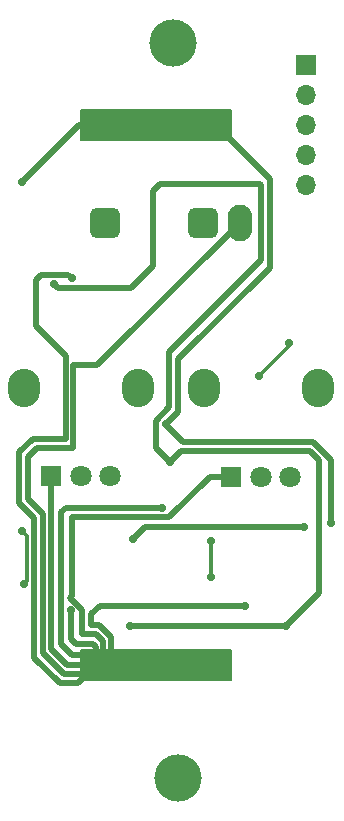
<source format=gbr>
%TF.GenerationSoftware,KiCad,Pcbnew,8.0.5*%
%TF.CreationDate,2024-11-17T11:57:45+05:30*%
%TF.ProjectId,line_in,6c696e65-5f69-46e2-9e6b-696361645f70,rev?*%
%TF.SameCoordinates,Original*%
%TF.FileFunction,Copper,L2,Bot*%
%TF.FilePolarity,Positive*%
%FSLAX46Y46*%
G04 Gerber Fmt 4.6, Leading zero omitted, Abs format (unit mm)*
G04 Created by KiCad (PCBNEW 8.0.5) date 2024-11-17 11:57:45*
%MOMM*%
%LPD*%
G01*
G04 APERTURE LIST*
G04 Aperture macros list*
%AMRoundRect*
0 Rectangle with rounded corners*
0 $1 Rounding radius*
0 $2 $3 $4 $5 $6 $7 $8 $9 X,Y pos of 4 corners*
0 Add a 4 corners polygon primitive as box body*
4,1,4,$2,$3,$4,$5,$6,$7,$8,$9,$2,$3,0*
0 Add four circle primitives for the rounded corners*
1,1,$1+$1,$2,$3*
1,1,$1+$1,$4,$5*
1,1,$1+$1,$6,$7*
1,1,$1+$1,$8,$9*
0 Add four rect primitives between the rounded corners*
20,1,$1+$1,$2,$3,$4,$5,0*
20,1,$1+$1,$4,$5,$6,$7,0*
20,1,$1+$1,$6,$7,$8,$9,0*
20,1,$1+$1,$8,$9,$2,$3,0*%
G04 Aperture macros list end*
%TA.AperFunction,Conductor*%
%ADD10C,0.200000*%
%TD*%
%TA.AperFunction,ComponentPad*%
%ADD11R,2.000000X2.000000*%
%TD*%
%TA.AperFunction,ComponentPad*%
%ADD12O,2.000000X2.000000*%
%TD*%
%TA.AperFunction,ComponentPad*%
%ADD13O,2.720000X3.240000*%
%TD*%
%TA.AperFunction,ComponentPad*%
%ADD14C,1.800000*%
%TD*%
%TA.AperFunction,ComponentPad*%
%ADD15R,1.800000X1.800000*%
%TD*%
%TA.AperFunction,ComponentPad*%
%ADD16R,1.700000X1.700000*%
%TD*%
%TA.AperFunction,ComponentPad*%
%ADD17O,1.700000X1.700000*%
%TD*%
%TA.AperFunction,ComponentPad*%
%ADD18RoundRect,0.650000X0.650000X-0.650000X0.650000X0.650000X-0.650000X0.650000X-0.650000X-0.650000X0*%
%TD*%
%TA.AperFunction,ComponentPad*%
%ADD19O,2.100000X3.100000*%
%TD*%
%TA.AperFunction,ViaPad*%
%ADD20C,0.700000*%
%TD*%
%TA.AperFunction,ViaPad*%
%ADD21C,4.000000*%
%TD*%
%TA.AperFunction,Conductor*%
%ADD22C,0.500000*%
%TD*%
%TA.AperFunction,Conductor*%
%ADD23C,0.300000*%
%TD*%
G04 APERTURE END LIST*
D10*
%TO.N,V_SUPLY*%
X67310000Y-52070000D02*
X54610000Y-52070000D01*
X54610000Y-49530000D01*
X67310000Y-49530000D01*
X67310000Y-52070000D01*
%TA.AperFunction,Conductor*%
G36*
X67310000Y-52070000D02*
G01*
X54610000Y-52070000D01*
X54610000Y-49530000D01*
X67310000Y-49530000D01*
X67310000Y-52070000D01*
G37*
%TD.AperFunction*%
%TO.N,GND*%
X67310000Y-97790000D02*
X54610000Y-97790000D01*
X54610000Y-95250000D01*
X67310000Y-95250000D01*
X67310000Y-97790000D01*
%TA.AperFunction,Conductor*%
G36*
X67310000Y-97790000D02*
G01*
X54610000Y-97790000D01*
X54610000Y-95250000D01*
X67310000Y-95250000D01*
X67310000Y-97790000D01*
G37*
%TD.AperFunction*%
%TD*%
D11*
%TO.P,VSUPPLY1,1,Pin_1*%
%TO.N,V_SUPLY*%
X55880000Y-50800000D03*
D12*
%TO.P,VSUPPLY1,2,Pin_2*%
X58420000Y-50800000D03*
%TO.P,VSUPPLY1,3,Pin_3*%
X60960000Y-50800000D03*
%TO.P,VSUPPLY1,4,Pin_4*%
X63500000Y-50800000D03*
%TO.P,VSUPPLY1,5,Pin_5*%
X66040000Y-50800000D03*
%TD*%
D11*
%TO.P,GND1,1,Pin_1*%
%TO.N,GND*%
X55880000Y-96520000D03*
D12*
%TO.P,GND1,2,Pin_2*%
X58420000Y-96520000D03*
%TO.P,GND1,3,Pin_3*%
X60960000Y-96520000D03*
%TO.P,GND1,4,Pin_4*%
X63500000Y-96520000D03*
%TO.P,GND1,5,Pin_5*%
X66040000Y-96520000D03*
%TD*%
D13*
%TO.P,RV2,*%
%TO.N,*%
X65050000Y-73035000D03*
X74650000Y-73035000D03*
D14*
%TO.P,RV2,2,2*%
%TO.N,Net-(C2-Pad1)*%
X69850000Y-80535000D03*
%TO.P,RV2,3,3*%
%TO.N,IN_R*%
X72350000Y-80535000D03*
D15*
%TO.P,RV2,1,1*%
%TO.N,GND*%
X67350000Y-80535000D03*
%TD*%
D13*
%TO.P,RV1,*%
%TO.N,*%
X49810000Y-73025000D03*
X59410000Y-73025000D03*
D14*
%TO.P,RV1,2,2*%
%TO.N,Net-(C1-Pad1)*%
X54610000Y-80525000D03*
%TO.P,RV1,3,3*%
%TO.N,IN_L*%
X57110000Y-80525000D03*
D15*
%TO.P,RV1,1,1*%
%TO.N,GND*%
X52110000Y-80525000D03*
%TD*%
D16*
%TO.P,OUTPUT1,1,Pin_1*%
%TO.N,OUT_L*%
X73660000Y-45720000D03*
D17*
%TO.P,OUTPUT1,2,Pin_2*%
%TO.N,OUT_R*%
X73660000Y-48260000D03*
%TO.P,OUTPUT1,3,Pin_3*%
%TO.N,OUT_MONO*%
X73660000Y-50800000D03*
%TO.P,OUTPUT1,4,Pin_4*%
X73660000Y-53340000D03*
%TO.P,OUTPUT1,5,Pin_5*%
X73660000Y-55880000D03*
%TD*%
D18*
%TO.P,J1,R*%
%TO.N,IN_R*%
X64975000Y-59055000D03*
D19*
%TO.P,J1,S*%
%TO.N,GND*%
X68075000Y-59055000D03*
D18*
%TO.P,J1,T*%
%TO.N,IN_L*%
X56675000Y-59055000D03*
%TD*%
D20*
%TO.N,V_SUPLY*%
X73533000Y-84836000D03*
X75819000Y-84455000D03*
%TO.N,V_MID*%
X62135999Y-79280999D03*
%TO.N,V_SUPLY*%
X61849000Y-76073000D03*
%TO.N,GND*%
X61468000Y-83185000D03*
%TO.N,V_SUPLY*%
X49657000Y-55626000D03*
%TO.N,V_MID*%
X52352000Y-64234000D03*
%TO.N,GND*%
X53848000Y-63754000D03*
%TO.N,OUT_L*%
X69723000Y-72009000D03*
X72263000Y-69215000D03*
%TO.N,GND*%
X68522500Y-91497500D03*
%TO.N,V_MID*%
X72009000Y-93218000D03*
%TO.N,Net-(U2A-+)*%
X65659000Y-89027000D03*
X65659000Y-85979000D03*
%TO.N,V_SUPLY*%
X59055000Y-85852000D03*
%TO.N,V_MID*%
X58801000Y-93218000D03*
%TO.N,GND*%
X53792000Y-91877000D03*
%TO.N,Net-(U1A-+)*%
X49765000Y-89642721D03*
X49595000Y-85155000D03*
D21*
%TO.N,*%
X62377580Y-43815000D03*
X62784908Y-106045000D03*
X62377580Y-43815000D03*
X62784908Y-106045000D03*
X62784908Y-106045000D03*
X62784908Y-106045000D03*
X62377580Y-43815000D03*
X62377580Y-43815000D03*
%TD*%
D22*
%TO.N,V_MID*%
X52352000Y-64234000D02*
X52672000Y-64554000D01*
X52672000Y-64554000D02*
X58890000Y-64554000D01*
X62103000Y-69977000D02*
X62103000Y-74676000D01*
X58890000Y-64554000D02*
X60706000Y-62738000D01*
X60960000Y-78105000D02*
X62135999Y-79280999D01*
X60706000Y-62738000D02*
X60706000Y-56388000D01*
X60706000Y-56388000D02*
X61341000Y-55753000D01*
X61341000Y-55753000D02*
X69723000Y-55753000D01*
X69850000Y-62230000D02*
X62103000Y-69977000D01*
X69723000Y-55753000D02*
X69850000Y-55880000D01*
X69850000Y-55880000D02*
X69850000Y-62230000D01*
X62103000Y-74676000D02*
X60960000Y-75819000D01*
X60960000Y-75819000D02*
X60960000Y-78105000D01*
%TO.N,GND*%
X53848000Y-63754000D02*
X53528000Y-63434000D01*
X51247000Y-63434000D02*
X50800000Y-63881000D01*
X50673000Y-95885000D02*
X52832000Y-98044000D01*
X50800000Y-63881000D02*
X50800000Y-67818000D01*
X53528000Y-63434000D02*
X51247000Y-63434000D01*
X50800000Y-67818000D02*
X53340000Y-70358000D01*
X53340000Y-77343000D02*
X50546000Y-77343000D01*
X50546000Y-77343000D02*
X49403000Y-78486000D01*
X49403000Y-78486000D02*
X49403000Y-82804000D01*
X49403000Y-82804000D02*
X50673000Y-84074000D01*
X53340000Y-70358000D02*
X53340000Y-77343000D01*
X50673000Y-84074000D02*
X50673000Y-95885000D01*
X52832000Y-98044000D02*
X54356000Y-98044000D01*
X54356000Y-98044000D02*
X55880000Y-96520000D01*
D23*
%TO.N,Net-(U1A-+)*%
X49765000Y-89642721D02*
X50038000Y-89369721D01*
X50038000Y-89369721D02*
X50038000Y-85598000D01*
X50038000Y-85598000D02*
X49595000Y-85155000D01*
D22*
%TO.N,GND*%
X56010000Y-71120000D02*
X53975000Y-71120000D01*
X53975000Y-78105000D02*
X50927000Y-78105000D01*
X53975000Y-71120000D02*
X53975000Y-78105000D01*
X50165000Y-82423000D02*
X51435000Y-83693000D01*
X51435000Y-83693000D02*
X51435000Y-95504000D01*
X50927000Y-78105000D02*
X50165000Y-78867000D01*
X68075000Y-59055000D02*
X56010000Y-71120000D01*
X50165000Y-78867000D02*
X50165000Y-82423000D01*
X51435000Y-95504000D02*
X53213000Y-97282000D01*
X55118000Y-97282000D02*
X55880000Y-96520000D01*
X53213000Y-97282000D02*
X55118000Y-97282000D01*
X52110000Y-80525000D02*
X52110000Y-95163000D01*
X52110000Y-95163000D02*
X53467000Y-96520000D01*
X53467000Y-96520000D02*
X55880000Y-96520000D01*
%TO.N,V_SUPLY*%
X61849000Y-76073000D02*
X62865000Y-75057000D01*
X70612000Y-55372000D02*
X66040000Y-50800000D01*
X62865000Y-75057000D02*
X62865000Y-70612000D01*
X62865000Y-70612000D02*
X70612000Y-62865000D01*
X70612000Y-62865000D02*
X70612000Y-55372000D01*
X60071000Y-84836000D02*
X73533000Y-84836000D01*
X59055000Y-85852000D02*
X60071000Y-84836000D01*
X74268950Y-77597000D02*
X63246000Y-77597000D01*
X75819000Y-79147050D02*
X74268950Y-77597000D01*
X63246000Y-77597000D02*
X61849000Y-76200000D01*
X75819000Y-84455000D02*
X75819000Y-79147050D01*
X61849000Y-76200000D02*
X61849000Y-76073000D01*
%TO.N,V_MID*%
X72009000Y-93218000D02*
X74803000Y-90424000D01*
X74041000Y-78359000D02*
X63057998Y-78359000D01*
X63057998Y-78359000D02*
X62135999Y-79280999D01*
X74803000Y-90424000D02*
X74803000Y-79121000D01*
X74803000Y-79121000D02*
X74041000Y-78359000D01*
%TO.N,GND*%
X68522500Y-91497500D02*
X56203500Y-91497500D01*
X57277000Y-95504000D02*
X56261000Y-96520000D01*
X56203500Y-91497500D02*
X55499000Y-92202000D01*
X56261000Y-96520000D02*
X55880000Y-96520000D01*
X55499000Y-92202000D02*
X55499000Y-93091000D01*
X55499000Y-93091000D02*
X56134000Y-93091000D01*
X56134000Y-93091000D02*
X57150000Y-94107000D01*
X57150000Y-94107000D02*
X57150000Y-95377000D01*
X57150000Y-95377000D02*
X57277000Y-95504000D01*
%TO.N,V_MID*%
X58801000Y-93218000D02*
X72009000Y-93218000D01*
%TO.N,GND*%
X67350000Y-80535000D02*
X65515000Y-80535000D01*
X65515000Y-80535000D02*
X62103000Y-83947000D01*
X62103000Y-83947000D02*
X53848000Y-83947000D01*
X54737000Y-91821000D02*
X54737000Y-93853000D01*
X53848000Y-83947000D02*
X53848000Y-90678000D01*
X53848000Y-90678000D02*
X53721000Y-90805000D01*
X53721000Y-90805000D02*
X54737000Y-91821000D01*
X54737000Y-93853000D02*
X55880000Y-93853000D01*
X55880000Y-93853000D02*
X56515000Y-94488000D01*
X56515000Y-94488000D02*
X56515000Y-95885000D01*
X56515000Y-95885000D02*
X55880000Y-96520000D01*
X55626000Y-94742000D02*
X54229000Y-94742000D01*
X55880000Y-94996000D02*
X55626000Y-94742000D01*
X55880000Y-96520000D02*
X55880000Y-94996000D01*
X54229000Y-94742000D02*
X53792000Y-94305000D01*
X53792000Y-94305000D02*
X53792000Y-91877000D01*
X61468000Y-83185000D02*
X53340000Y-83185000D01*
X53340000Y-83185000D02*
X52959000Y-83566000D01*
X52959000Y-83566000D02*
X52959000Y-94742000D01*
X53848000Y-95631000D02*
X54991000Y-95631000D01*
X52959000Y-94742000D02*
X53848000Y-95631000D01*
X54991000Y-95631000D02*
X55880000Y-96520000D01*
%TO.N,V_SUPLY*%
X49657000Y-55626000D02*
X54483000Y-50800000D01*
X54483000Y-50800000D02*
X55880000Y-50800000D01*
D23*
%TO.N,OUT_L*%
X69723000Y-72009000D02*
X72263000Y-69469000D01*
X72263000Y-69469000D02*
X72263000Y-69215000D01*
%TO.N,Net-(U2A-+)*%
X65659000Y-85979000D02*
X65659000Y-89027000D01*
%TD*%
M02*

</source>
